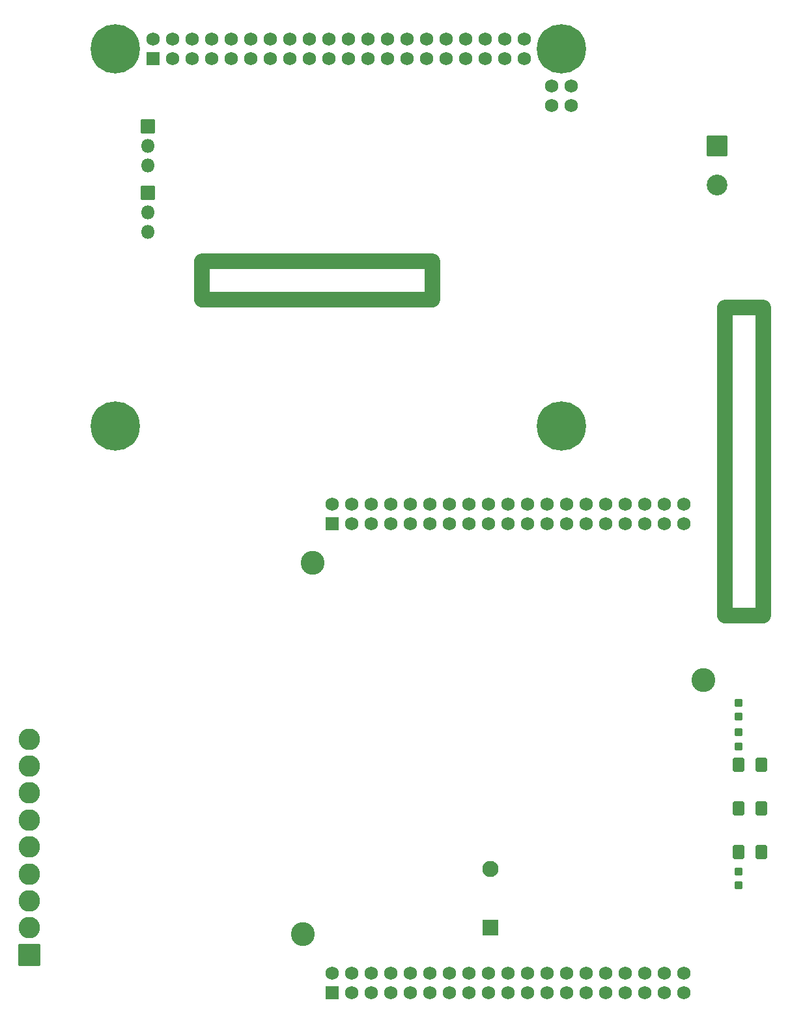
<source format=gbr>
%TF.GenerationSoftware,KiCad,Pcbnew,7.0.10-7.0.10~ubuntu22.04.1*%
%TF.CreationDate,2024-02-01T23:34:11+07:00*%
%TF.ProjectId,BFMC,42464d43-2e6b-4696-9361-645f70636258,rev?*%
%TF.SameCoordinates,Original*%
%TF.FileFunction,Soldermask,Top*%
%TF.FilePolarity,Negative*%
%FSLAX46Y46*%
G04 Gerber Fmt 4.6, Leading zero omitted, Abs format (unit mm)*
G04 Created by KiCad (PCBNEW 7.0.10-7.0.10~ubuntu22.04.1) date 2024-02-01 23:34:11*
%MOMM*%
%LPD*%
G01*
G04 APERTURE LIST*
G04 Aperture macros list*
%AMRoundRect*
0 Rectangle with rounded corners*
0 $1 Rounding radius*
0 $2 $3 $4 $5 $6 $7 $8 $9 X,Y pos of 4 corners*
0 Add a 4 corners polygon primitive as box body*
4,1,4,$2,$3,$4,$5,$6,$7,$8,$9,$2,$3,0*
0 Add four circle primitives for the rounded corners*
1,1,$1+$1,$2,$3*
1,1,$1+$1,$4,$5*
1,1,$1+$1,$6,$7*
1,1,$1+$1,$8,$9*
0 Add four rect primitives between the rounded corners*
20,1,$1+$1,$2,$3,$4,$5,0*
20,1,$1+$1,$4,$5,$6,$7,0*
20,1,$1+$1,$6,$7,$8,$9,0*
20,1,$1+$1,$8,$9,$2,$3,0*%
G04 Aperture macros list end*
%ADD10C,2.000000*%
%ADD11RoundRect,0.262900X-0.262900X0.275400X-0.262900X-0.275400X0.262900X-0.275400X0.262900X0.275400X0*%
%ADD12RoundRect,0.050800X1.350000X-1.350000X1.350000X1.350000X-1.350000X1.350000X-1.350000X-1.350000X0*%
%ADD13C,2.801600*%
%ADD14C,3.101600*%
%ADD15RoundRect,0.102000X0.765000X-0.765000X0.765000X0.765000X-0.765000X0.765000X-0.765000X-0.765000X0*%
%ADD16C,1.734000*%
%ADD17RoundRect,0.050800X-0.850000X-0.850000X0.850000X-0.850000X0.850000X0.850000X-0.850000X0.850000X0*%
%ADD18O,1.801600X1.801600*%
%ADD19RoundRect,0.267826X0.495474X0.657974X-0.495474X0.657974X-0.495474X-0.657974X0.495474X-0.657974X0*%
%ADD20RoundRect,0.262900X0.262900X-0.275400X0.262900X0.275400X-0.262900X0.275400X-0.262900X-0.275400X0*%
%ADD21C,6.404000*%
%ADD22C,1.728000*%
%ADD23RoundRect,0.102000X-0.762000X-0.762000X0.762000X-0.762000X0.762000X0.762000X-0.762000X0.762000X0*%
%ADD24RoundRect,0.050800X-1.300000X1.300000X-1.300000X-1.300000X1.300000X-1.300000X1.300000X1.300000X0*%
%ADD25C,2.701600*%
%ADD26RoundRect,0.050800X1.000000X-1.000000X1.000000X1.000000X-1.000000X1.000000X-1.000000X-1.000000X0*%
%ADD27C,2.101600*%
G04 APERTURE END LIST*
D10*
X74000000Y-51000000D02*
X104000000Y-51000000D01*
X104000000Y-56000000D01*
X74000000Y-56000000D01*
X74000000Y-51000000D01*
X142000000Y-57000000D02*
X147000000Y-57000000D01*
X147000000Y-97000000D01*
X142000000Y-97000000D01*
X142000000Y-57000000D01*
D11*
%TO.C,R2*%
X143724300Y-108360200D03*
X143724300Y-110185200D03*
%TD*%
D12*
%TO.C,J18*%
X51587400Y-141097000D03*
D13*
X51587400Y-137597000D03*
X51587400Y-134097000D03*
X51587400Y-130597000D03*
X51587400Y-127097000D03*
X51587400Y-123597000D03*
X51587400Y-120097000D03*
X51587400Y-116597000D03*
X51587400Y-113097000D03*
%TD*%
D11*
%TO.C,R1*%
X143724300Y-112193700D03*
X143724300Y-114018700D03*
%TD*%
D14*
%TO.C,U1*%
X87111600Y-138455400D03*
X139181600Y-105435400D03*
X88381600Y-90195400D03*
D15*
X90921600Y-146075400D03*
D16*
X90921600Y-143535400D03*
X93461600Y-146075400D03*
X93461600Y-143535400D03*
X96001600Y-146075400D03*
X96001600Y-143535400D03*
X98541600Y-146075400D03*
X98541600Y-143535400D03*
X101081600Y-146075400D03*
X101081600Y-143535400D03*
X103621600Y-146075400D03*
X103621600Y-143535400D03*
X106161600Y-146075400D03*
X106161600Y-143535400D03*
X108701600Y-146075400D03*
X108701600Y-143535400D03*
X111241600Y-146075400D03*
X111241600Y-143535400D03*
X113781600Y-146075400D03*
X113781600Y-143535400D03*
X116321600Y-146075400D03*
X116321600Y-143535400D03*
X118861600Y-146075400D03*
X118861600Y-143535400D03*
X121401600Y-146075400D03*
X121401600Y-143535400D03*
X123941600Y-146075400D03*
X123941600Y-143535400D03*
X126481600Y-146075400D03*
X126481600Y-143535400D03*
X129021600Y-146075400D03*
X129021600Y-143535400D03*
X131561600Y-146075400D03*
X131561600Y-143535400D03*
X134101600Y-146075400D03*
X134101600Y-143535400D03*
X136641600Y-146075400D03*
X136641600Y-143535400D03*
D15*
X90921600Y-85115400D03*
D16*
X90921600Y-82575400D03*
X93461600Y-85115400D03*
X93461600Y-82575400D03*
X96001600Y-85115400D03*
X96001600Y-82575400D03*
X98541600Y-85115400D03*
X98541600Y-82575400D03*
X101081600Y-85115400D03*
X101081600Y-82575400D03*
X103621600Y-85115400D03*
X103621600Y-82575400D03*
X106161600Y-85115400D03*
X106161600Y-82575400D03*
X108701600Y-85115400D03*
X108701600Y-82575400D03*
X111241600Y-85115400D03*
X111241600Y-82575400D03*
X113781600Y-85115400D03*
X113781600Y-82575400D03*
X116321600Y-85115400D03*
X116321600Y-82575400D03*
X118861600Y-85115400D03*
X118861600Y-82575400D03*
X121401600Y-85115400D03*
X121401600Y-82575400D03*
X123941600Y-85115400D03*
X123941600Y-82575400D03*
X126481600Y-85115400D03*
X126481600Y-82575400D03*
X129021600Y-85115400D03*
X129021600Y-82575400D03*
X131561600Y-85115400D03*
X131561600Y-82575400D03*
X134101600Y-85115400D03*
X134101600Y-82575400D03*
X136641600Y-85115400D03*
X136641600Y-82575400D03*
%TD*%
D17*
%TO.C,J6*%
X66929000Y-42113200D03*
D18*
X66929000Y-44653200D03*
X66929000Y-47193200D03*
%TD*%
D19*
%TO.C,LED1*%
X146699300Y-116408200D03*
X143724300Y-116408200D03*
%TD*%
D17*
%TO.C,J5*%
X66929000Y-33426400D03*
D18*
X66929000Y-35966400D03*
X66929000Y-38506400D03*
%TD*%
D19*
%TO.C,LED3*%
X146699300Y-127787400D03*
X143724300Y-127787400D03*
%TD*%
%TO.C,LED2*%
X143724300Y-122097800D03*
X146699300Y-122097800D03*
%TD*%
D20*
%TO.C,R4*%
X143724300Y-132103500D03*
X143724300Y-130278500D03*
%TD*%
D21*
%TO.C,U2*%
X62763400Y-72364600D03*
X120763400Y-72364600D03*
X120763400Y-23364600D03*
X62763400Y-23364600D03*
D22*
X119453400Y-28217600D03*
X119453400Y-30757600D03*
X121993400Y-28217600D03*
X121993400Y-30757600D03*
X115893400Y-22094600D03*
X115893400Y-24634600D03*
X113353400Y-22094600D03*
X113353400Y-24634600D03*
X110813400Y-22094600D03*
X110813400Y-24634600D03*
X108273400Y-22094600D03*
X108273400Y-24634600D03*
X105733400Y-22094600D03*
X105733400Y-24634600D03*
X103193400Y-22094600D03*
X103193400Y-24634600D03*
X100653400Y-22094600D03*
X100653400Y-24634600D03*
X98113400Y-22094600D03*
X98113400Y-24634600D03*
X95573400Y-22094600D03*
X95573400Y-24634600D03*
X93033400Y-22094600D03*
X93033400Y-24634600D03*
X90493400Y-22094600D03*
X90493400Y-24634600D03*
X87953400Y-22094600D03*
X87953400Y-24634600D03*
X85413400Y-22094600D03*
X85413400Y-24634600D03*
X82873400Y-22094600D03*
X82873400Y-24634600D03*
X80333400Y-22094600D03*
X80333400Y-24634600D03*
X77793400Y-22094600D03*
X77793400Y-24634600D03*
X75253400Y-22094600D03*
X75253400Y-24634600D03*
X72713400Y-22094600D03*
X72713400Y-24634600D03*
X70173400Y-22094600D03*
X70173400Y-24634600D03*
X67633400Y-22094600D03*
D23*
X67633400Y-24634600D03*
%TD*%
D24*
%TO.C,J2*%
X140980200Y-35966400D03*
D25*
X140980200Y-41046400D03*
%TD*%
D26*
%TO.C,BZ1*%
X111506000Y-137591800D03*
D27*
X111506000Y-129991800D03*
%TD*%
M02*

</source>
